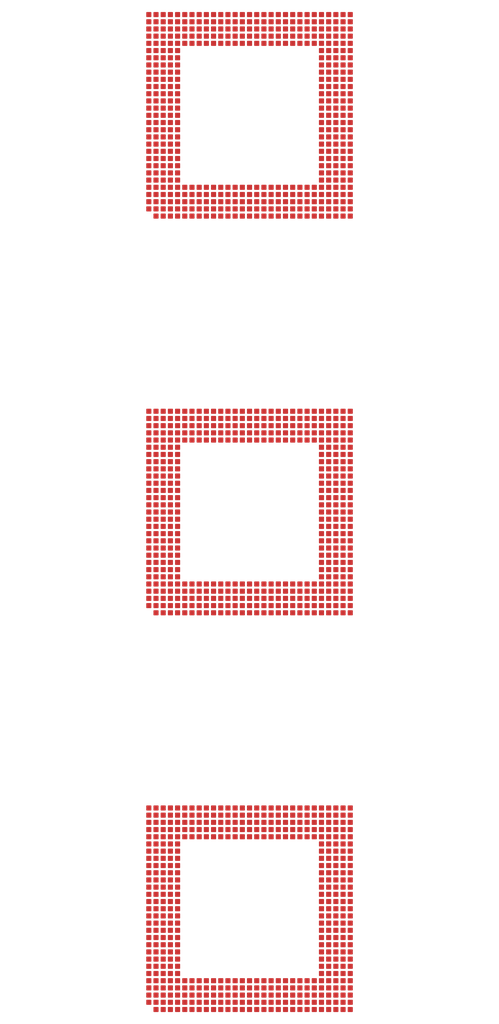
<source format=kicad_pcb>
(kicad_pcb (version 20241229) (generator "pcbnew") (generator_version "9.0")
  (layers (0 "F.Cu" signal) (2 "B.Cu" signal) (13 "F.Paste" user) (15 "B.Paste" user) (5 "F.SilkS" user "F.Silkscreen") (7 "B.SilkS" user "B.Silkscreen") (1 "F.Mask" user) (3 "B.Mask" user) (25 "Edge.Cuts" user))
  (net 0 "")
  (net 7 "+3.3V")
  (net 17 "GND")
  (footprint "fp:BGA-479_40.5mm_P1.27mm_Stencil" (layer "F.Cu") (at -41.05 70)
    (property "Reference" "U3" (hide yes))
    (property "Value" "1821-3936" (hide yes))
  )
  (footprint "fp:BGA-479_40.5mm_P1.27mm_Stencil" (layer "F.Cu") (at -41.05 -70)
    (property "Reference" "U1" (hide yes))
    (property "Value" "1821-3936" (hide yes))
  )
  (footprint "fp:BGA-479_40.5mm_P1.27mm_Stencil" (layer "F.Cu") (at -41.05 0)
    (property "Reference" "U2" (hide yes))
    (property "Value" "1821-3936" (hide yes))
  )
)
</source>
